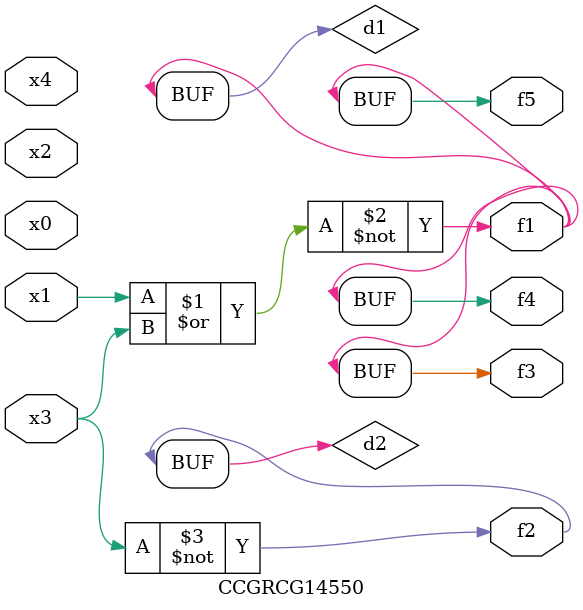
<source format=v>
module CCGRCG14550(
	input x0, x1, x2, x3, x4,
	output f1, f2, f3, f4, f5
);

	wire d1, d2;

	nor (d1, x1, x3);
	not (d2, x3);
	assign f1 = d1;
	assign f2 = d2;
	assign f3 = d1;
	assign f4 = d1;
	assign f5 = d1;
endmodule

</source>
